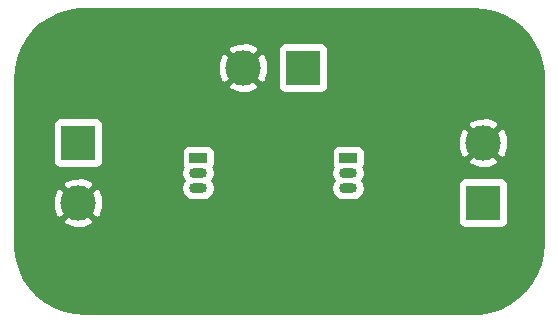
<source format=gbr>
G04 #@! TF.GenerationSoftware,KiCad,Pcbnew,(5.0.1)-4*
G04 #@! TF.CreationDate,2020-12-08T12:23:40+02:00*
G04 #@! TF.ProjectId,Single_transistor_AMP,53696E676C655F7472616E736973746F,1.0*
G04 #@! TF.SameCoordinates,Original*
G04 #@! TF.FileFunction,Copper,L2,Bot,Signal*
G04 #@! TF.FilePolarity,Positive*
%FSLAX46Y46*%
G04 Gerber Fmt 4.6, Leading zero omitted, Abs format (unit mm)*
G04 Created by KiCad (PCBNEW (5.0.1)-4) date 2020.12.08. 12:23:40*
%MOMM*%
%LPD*%
G01*
G04 APERTURE LIST*
G04 #@! TA.AperFunction,ComponentPad*
%ADD10C,3.000000*%
G04 #@! TD*
G04 #@! TA.AperFunction,ComponentPad*
%ADD11R,3.000000X3.000000*%
G04 #@! TD*
G04 #@! TA.AperFunction,ComponentPad*
%ADD12R,1.500000X0.900000*%
G04 #@! TD*
G04 #@! TA.AperFunction,ComponentPad*
%ADD13O,1.500000X0.900000*%
G04 #@! TD*
G04 #@! TA.AperFunction,Conductor*
%ADD14C,0.254000*%
G04 #@! TD*
G04 APERTURE END LIST*
D10*
G04 #@! TO.P,J1,2*
G04 #@! TO.N,/GND*
X106680000Y-53340000D03*
D11*
G04 #@! TO.P,J1,1*
G04 #@! TO.N,/VCC*
X111760000Y-53340000D03*
G04 #@! TD*
D10*
G04 #@! TO.P,J2,2*
G04 #@! TO.N,/GND*
X92710000Y-64770000D03*
D11*
G04 #@! TO.P,J2,1*
G04 #@! TO.N,Net-(C1-Pad2)*
X92710000Y-59690000D03*
G04 #@! TD*
G04 #@! TO.P,J3,1*
G04 #@! TO.N,Net-(C4-Pad1)*
X127000000Y-64770000D03*
D10*
G04 #@! TO.P,J3,2*
G04 #@! TO.N,/GND*
X127000000Y-59690000D03*
G04 #@! TD*
D12*
G04 #@! TO.P,Q1,1*
G04 #@! TO.N,Net-(C3-Pad2)*
X102870000Y-60960000D03*
D13*
G04 #@! TO.P,Q1,3*
G04 #@! TO.N,Net-(C2-Pad2)*
X102870000Y-63500000D03*
G04 #@! TO.P,Q1,2*
G04 #@! TO.N,Net-(C1-Pad1)*
X102870000Y-62230000D03*
G04 #@! TD*
G04 #@! TO.P,Q2,2*
G04 #@! TO.N,Net-(C3-Pad1)*
X115570000Y-62230000D03*
G04 #@! TO.P,Q2,3*
G04 #@! TO.N,Net-(C5-Pad2)*
X115570000Y-63500000D03*
D12*
G04 #@! TO.P,Q2,1*
G04 #@! TO.N,Net-(C4-Pad2)*
X115570000Y-60960000D03*
G04 #@! TD*
D14*
G04 #@! TO.N,/GND*
G36*
X127086442Y-48432517D02*
X127933848Y-48624267D01*
X128743603Y-48939163D01*
X129497915Y-49370288D01*
X130180223Y-49908177D01*
X130775531Y-50541008D01*
X131270757Y-51254875D01*
X131655032Y-52034107D01*
X131919905Y-52861571D01*
X132062363Y-53736289D01*
X132085000Y-54254772D01*
X132085001Y-68187872D01*
X132017482Y-69096443D01*
X131825735Y-69943842D01*
X131510839Y-70753598D01*
X131079711Y-71507916D01*
X130541823Y-72190223D01*
X129908998Y-72785527D01*
X129195125Y-73280758D01*
X128415891Y-73665033D01*
X127588429Y-73929905D01*
X126713712Y-74072363D01*
X126195228Y-74095000D01*
X93262115Y-74095000D01*
X92353557Y-74027482D01*
X91506158Y-73835735D01*
X90696402Y-73520839D01*
X89942084Y-73089711D01*
X89259777Y-72551823D01*
X88664473Y-71918998D01*
X88169242Y-71205125D01*
X87784967Y-70425891D01*
X87520095Y-69598429D01*
X87377637Y-68723712D01*
X87355000Y-68205228D01*
X87355000Y-66283970D01*
X91375635Y-66283970D01*
X91535418Y-66602739D01*
X92326187Y-66912723D01*
X93175387Y-66896497D01*
X93884582Y-66602739D01*
X94044365Y-66283970D01*
X92710000Y-64949605D01*
X91375635Y-66283970D01*
X87355000Y-66283970D01*
X87355000Y-64386187D01*
X90567277Y-64386187D01*
X90583503Y-65235387D01*
X90877261Y-65944582D01*
X91196030Y-66104365D01*
X92530395Y-64770000D01*
X92889605Y-64770000D01*
X94223970Y-66104365D01*
X94542739Y-65944582D01*
X94852723Y-65153813D01*
X94836497Y-64304613D01*
X94542739Y-63595418D01*
X94223970Y-63435635D01*
X92889605Y-64770000D01*
X92530395Y-64770000D01*
X91196030Y-63435635D01*
X90877261Y-63595418D01*
X90567277Y-64386187D01*
X87355000Y-64386187D01*
X87355000Y-63256030D01*
X91375635Y-63256030D01*
X92710000Y-64590395D01*
X94044365Y-63256030D01*
X93884582Y-62937261D01*
X93093813Y-62627277D01*
X92244613Y-62643503D01*
X91535418Y-62937261D01*
X91375635Y-63256030D01*
X87355000Y-63256030D01*
X87355000Y-62230000D01*
X101463744Y-62230000D01*
X101547953Y-62653346D01*
X101689376Y-62865000D01*
X101547953Y-63076654D01*
X101463744Y-63500000D01*
X101547953Y-63923346D01*
X101787759Y-64282241D01*
X102146654Y-64522047D01*
X102463139Y-64585000D01*
X103276861Y-64585000D01*
X103593346Y-64522047D01*
X103952241Y-64282241D01*
X104192047Y-63923346D01*
X104276256Y-63500000D01*
X104192047Y-63076654D01*
X104050624Y-62865000D01*
X104192047Y-62653346D01*
X104276256Y-62230000D01*
X114163744Y-62230000D01*
X114247953Y-62653346D01*
X114389376Y-62865000D01*
X114247953Y-63076654D01*
X114163744Y-63500000D01*
X114247953Y-63923346D01*
X114487759Y-64282241D01*
X114846654Y-64522047D01*
X115163139Y-64585000D01*
X115976861Y-64585000D01*
X116293346Y-64522047D01*
X116652241Y-64282241D01*
X116892047Y-63923346D01*
X116976256Y-63500000D01*
X116930507Y-63270000D01*
X124852560Y-63270000D01*
X124852560Y-66270000D01*
X124901843Y-66517765D01*
X125042191Y-66727809D01*
X125252235Y-66868157D01*
X125500000Y-66917440D01*
X128500000Y-66917440D01*
X128747765Y-66868157D01*
X128957809Y-66727809D01*
X129098157Y-66517765D01*
X129147440Y-66270000D01*
X129147440Y-63270000D01*
X129098157Y-63022235D01*
X128957809Y-62812191D01*
X128747765Y-62671843D01*
X128500000Y-62622560D01*
X125500000Y-62622560D01*
X125252235Y-62671843D01*
X125042191Y-62812191D01*
X124901843Y-63022235D01*
X124852560Y-63270000D01*
X116930507Y-63270000D01*
X116892047Y-63076654D01*
X116750624Y-62865000D01*
X116892047Y-62653346D01*
X116976256Y-62230000D01*
X116892047Y-61806654D01*
X116855360Y-61751747D01*
X116918157Y-61657765D01*
X116967440Y-61410000D01*
X116967440Y-61203970D01*
X125665635Y-61203970D01*
X125825418Y-61522739D01*
X126616187Y-61832723D01*
X127465387Y-61816497D01*
X128174582Y-61522739D01*
X128334365Y-61203970D01*
X127000000Y-59869605D01*
X125665635Y-61203970D01*
X116967440Y-61203970D01*
X116967440Y-60510000D01*
X116918157Y-60262235D01*
X116777809Y-60052191D01*
X116567765Y-59911843D01*
X116320000Y-59862560D01*
X114820000Y-59862560D01*
X114572235Y-59911843D01*
X114362191Y-60052191D01*
X114221843Y-60262235D01*
X114172560Y-60510000D01*
X114172560Y-61410000D01*
X114221843Y-61657765D01*
X114284640Y-61751747D01*
X114247953Y-61806654D01*
X114163744Y-62230000D01*
X104276256Y-62230000D01*
X104192047Y-61806654D01*
X104155360Y-61751747D01*
X104218157Y-61657765D01*
X104267440Y-61410000D01*
X104267440Y-60510000D01*
X104218157Y-60262235D01*
X104077809Y-60052191D01*
X103867765Y-59911843D01*
X103620000Y-59862560D01*
X102120000Y-59862560D01*
X101872235Y-59911843D01*
X101662191Y-60052191D01*
X101521843Y-60262235D01*
X101472560Y-60510000D01*
X101472560Y-61410000D01*
X101521843Y-61657765D01*
X101584640Y-61751747D01*
X101547953Y-61806654D01*
X101463744Y-62230000D01*
X87355000Y-62230000D01*
X87355000Y-58190000D01*
X90562560Y-58190000D01*
X90562560Y-61190000D01*
X90611843Y-61437765D01*
X90752191Y-61647809D01*
X90962235Y-61788157D01*
X91210000Y-61837440D01*
X94210000Y-61837440D01*
X94457765Y-61788157D01*
X94667809Y-61647809D01*
X94808157Y-61437765D01*
X94857440Y-61190000D01*
X94857440Y-59306187D01*
X124857277Y-59306187D01*
X124873503Y-60155387D01*
X125167261Y-60864582D01*
X125486030Y-61024365D01*
X126820395Y-59690000D01*
X127179605Y-59690000D01*
X128513970Y-61024365D01*
X128832739Y-60864582D01*
X129142723Y-60073813D01*
X129126497Y-59224613D01*
X128832739Y-58515418D01*
X128513970Y-58355635D01*
X127179605Y-59690000D01*
X126820395Y-59690000D01*
X125486030Y-58355635D01*
X125167261Y-58515418D01*
X124857277Y-59306187D01*
X94857440Y-59306187D01*
X94857440Y-58190000D01*
X94854662Y-58176030D01*
X125665635Y-58176030D01*
X127000000Y-59510395D01*
X128334365Y-58176030D01*
X128174582Y-57857261D01*
X127383813Y-57547277D01*
X126534613Y-57563503D01*
X125825418Y-57857261D01*
X125665635Y-58176030D01*
X94854662Y-58176030D01*
X94808157Y-57942235D01*
X94667809Y-57732191D01*
X94457765Y-57591843D01*
X94210000Y-57542560D01*
X91210000Y-57542560D01*
X90962235Y-57591843D01*
X90752191Y-57732191D01*
X90611843Y-57942235D01*
X90562560Y-58190000D01*
X87355000Y-58190000D01*
X87355000Y-54853970D01*
X105345635Y-54853970D01*
X105505418Y-55172739D01*
X106296187Y-55482723D01*
X107145387Y-55466497D01*
X107854582Y-55172739D01*
X108014365Y-54853970D01*
X106680000Y-53519605D01*
X105345635Y-54853970D01*
X87355000Y-54853970D01*
X87355000Y-54272115D01*
X87422517Y-53363558D01*
X87514696Y-52956187D01*
X104537277Y-52956187D01*
X104553503Y-53805387D01*
X104847261Y-54514582D01*
X105166030Y-54674365D01*
X106500395Y-53340000D01*
X106859605Y-53340000D01*
X108193970Y-54674365D01*
X108512739Y-54514582D01*
X108822723Y-53723813D01*
X108806497Y-52874613D01*
X108512739Y-52165418D01*
X108193970Y-52005635D01*
X106859605Y-53340000D01*
X106500395Y-53340000D01*
X105166030Y-52005635D01*
X104847261Y-52165418D01*
X104537277Y-52956187D01*
X87514696Y-52956187D01*
X87614267Y-52516152D01*
X87882640Y-51826030D01*
X105345635Y-51826030D01*
X106680000Y-53160395D01*
X108000395Y-51840000D01*
X109612560Y-51840000D01*
X109612560Y-54840000D01*
X109661843Y-55087765D01*
X109802191Y-55297809D01*
X110012235Y-55438157D01*
X110260000Y-55487440D01*
X113260000Y-55487440D01*
X113507765Y-55438157D01*
X113717809Y-55297809D01*
X113858157Y-55087765D01*
X113907440Y-54840000D01*
X113907440Y-51840000D01*
X113858157Y-51592235D01*
X113717809Y-51382191D01*
X113507765Y-51241843D01*
X113260000Y-51192560D01*
X110260000Y-51192560D01*
X110012235Y-51241843D01*
X109802191Y-51382191D01*
X109661843Y-51592235D01*
X109612560Y-51840000D01*
X108000395Y-51840000D01*
X108014365Y-51826030D01*
X107854582Y-51507261D01*
X107063813Y-51197277D01*
X106214613Y-51213503D01*
X105505418Y-51507261D01*
X105345635Y-51826030D01*
X87882640Y-51826030D01*
X87929163Y-51706397D01*
X88360288Y-50952085D01*
X88898177Y-50269777D01*
X89531008Y-49674469D01*
X90244875Y-49179243D01*
X91024107Y-48794968D01*
X91851571Y-48530095D01*
X92726289Y-48387637D01*
X93244772Y-48365000D01*
X126177885Y-48365000D01*
X127086442Y-48432517D01*
X127086442Y-48432517D01*
G37*
X127086442Y-48432517D02*
X127933848Y-48624267D01*
X128743603Y-48939163D01*
X129497915Y-49370288D01*
X130180223Y-49908177D01*
X130775531Y-50541008D01*
X131270757Y-51254875D01*
X131655032Y-52034107D01*
X131919905Y-52861571D01*
X132062363Y-53736289D01*
X132085000Y-54254772D01*
X132085001Y-68187872D01*
X132017482Y-69096443D01*
X131825735Y-69943842D01*
X131510839Y-70753598D01*
X131079711Y-71507916D01*
X130541823Y-72190223D01*
X129908998Y-72785527D01*
X129195125Y-73280758D01*
X128415891Y-73665033D01*
X127588429Y-73929905D01*
X126713712Y-74072363D01*
X126195228Y-74095000D01*
X93262115Y-74095000D01*
X92353557Y-74027482D01*
X91506158Y-73835735D01*
X90696402Y-73520839D01*
X89942084Y-73089711D01*
X89259777Y-72551823D01*
X88664473Y-71918998D01*
X88169242Y-71205125D01*
X87784967Y-70425891D01*
X87520095Y-69598429D01*
X87377637Y-68723712D01*
X87355000Y-68205228D01*
X87355000Y-66283970D01*
X91375635Y-66283970D01*
X91535418Y-66602739D01*
X92326187Y-66912723D01*
X93175387Y-66896497D01*
X93884582Y-66602739D01*
X94044365Y-66283970D01*
X92710000Y-64949605D01*
X91375635Y-66283970D01*
X87355000Y-66283970D01*
X87355000Y-64386187D01*
X90567277Y-64386187D01*
X90583503Y-65235387D01*
X90877261Y-65944582D01*
X91196030Y-66104365D01*
X92530395Y-64770000D01*
X92889605Y-64770000D01*
X94223970Y-66104365D01*
X94542739Y-65944582D01*
X94852723Y-65153813D01*
X94836497Y-64304613D01*
X94542739Y-63595418D01*
X94223970Y-63435635D01*
X92889605Y-64770000D01*
X92530395Y-64770000D01*
X91196030Y-63435635D01*
X90877261Y-63595418D01*
X90567277Y-64386187D01*
X87355000Y-64386187D01*
X87355000Y-63256030D01*
X91375635Y-63256030D01*
X92710000Y-64590395D01*
X94044365Y-63256030D01*
X93884582Y-62937261D01*
X93093813Y-62627277D01*
X92244613Y-62643503D01*
X91535418Y-62937261D01*
X91375635Y-63256030D01*
X87355000Y-63256030D01*
X87355000Y-62230000D01*
X101463744Y-62230000D01*
X101547953Y-62653346D01*
X101689376Y-62865000D01*
X101547953Y-63076654D01*
X101463744Y-63500000D01*
X101547953Y-63923346D01*
X101787759Y-64282241D01*
X102146654Y-64522047D01*
X102463139Y-64585000D01*
X103276861Y-64585000D01*
X103593346Y-64522047D01*
X103952241Y-64282241D01*
X104192047Y-63923346D01*
X104276256Y-63500000D01*
X104192047Y-63076654D01*
X104050624Y-62865000D01*
X104192047Y-62653346D01*
X104276256Y-62230000D01*
X114163744Y-62230000D01*
X114247953Y-62653346D01*
X114389376Y-62865000D01*
X114247953Y-63076654D01*
X114163744Y-63500000D01*
X114247953Y-63923346D01*
X114487759Y-64282241D01*
X114846654Y-64522047D01*
X115163139Y-64585000D01*
X115976861Y-64585000D01*
X116293346Y-64522047D01*
X116652241Y-64282241D01*
X116892047Y-63923346D01*
X116976256Y-63500000D01*
X116930507Y-63270000D01*
X124852560Y-63270000D01*
X124852560Y-66270000D01*
X124901843Y-66517765D01*
X125042191Y-66727809D01*
X125252235Y-66868157D01*
X125500000Y-66917440D01*
X128500000Y-66917440D01*
X128747765Y-66868157D01*
X128957809Y-66727809D01*
X129098157Y-66517765D01*
X129147440Y-66270000D01*
X129147440Y-63270000D01*
X129098157Y-63022235D01*
X128957809Y-62812191D01*
X128747765Y-62671843D01*
X128500000Y-62622560D01*
X125500000Y-62622560D01*
X125252235Y-62671843D01*
X125042191Y-62812191D01*
X124901843Y-63022235D01*
X124852560Y-63270000D01*
X116930507Y-63270000D01*
X116892047Y-63076654D01*
X116750624Y-62865000D01*
X116892047Y-62653346D01*
X116976256Y-62230000D01*
X116892047Y-61806654D01*
X116855360Y-61751747D01*
X116918157Y-61657765D01*
X116967440Y-61410000D01*
X116967440Y-61203970D01*
X125665635Y-61203970D01*
X125825418Y-61522739D01*
X126616187Y-61832723D01*
X127465387Y-61816497D01*
X128174582Y-61522739D01*
X128334365Y-61203970D01*
X127000000Y-59869605D01*
X125665635Y-61203970D01*
X116967440Y-61203970D01*
X116967440Y-60510000D01*
X116918157Y-60262235D01*
X116777809Y-60052191D01*
X116567765Y-59911843D01*
X116320000Y-59862560D01*
X114820000Y-59862560D01*
X114572235Y-59911843D01*
X114362191Y-60052191D01*
X114221843Y-60262235D01*
X114172560Y-60510000D01*
X114172560Y-61410000D01*
X114221843Y-61657765D01*
X114284640Y-61751747D01*
X114247953Y-61806654D01*
X114163744Y-62230000D01*
X104276256Y-62230000D01*
X104192047Y-61806654D01*
X104155360Y-61751747D01*
X104218157Y-61657765D01*
X104267440Y-61410000D01*
X104267440Y-60510000D01*
X104218157Y-60262235D01*
X104077809Y-60052191D01*
X103867765Y-59911843D01*
X103620000Y-59862560D01*
X102120000Y-59862560D01*
X101872235Y-59911843D01*
X101662191Y-60052191D01*
X101521843Y-60262235D01*
X101472560Y-60510000D01*
X101472560Y-61410000D01*
X101521843Y-61657765D01*
X101584640Y-61751747D01*
X101547953Y-61806654D01*
X101463744Y-62230000D01*
X87355000Y-62230000D01*
X87355000Y-58190000D01*
X90562560Y-58190000D01*
X90562560Y-61190000D01*
X90611843Y-61437765D01*
X90752191Y-61647809D01*
X90962235Y-61788157D01*
X91210000Y-61837440D01*
X94210000Y-61837440D01*
X94457765Y-61788157D01*
X94667809Y-61647809D01*
X94808157Y-61437765D01*
X94857440Y-61190000D01*
X94857440Y-59306187D01*
X124857277Y-59306187D01*
X124873503Y-60155387D01*
X125167261Y-60864582D01*
X125486030Y-61024365D01*
X126820395Y-59690000D01*
X127179605Y-59690000D01*
X128513970Y-61024365D01*
X128832739Y-60864582D01*
X129142723Y-60073813D01*
X129126497Y-59224613D01*
X128832739Y-58515418D01*
X128513970Y-58355635D01*
X127179605Y-59690000D01*
X126820395Y-59690000D01*
X125486030Y-58355635D01*
X125167261Y-58515418D01*
X124857277Y-59306187D01*
X94857440Y-59306187D01*
X94857440Y-58190000D01*
X94854662Y-58176030D01*
X125665635Y-58176030D01*
X127000000Y-59510395D01*
X128334365Y-58176030D01*
X128174582Y-57857261D01*
X127383813Y-57547277D01*
X126534613Y-57563503D01*
X125825418Y-57857261D01*
X125665635Y-58176030D01*
X94854662Y-58176030D01*
X94808157Y-57942235D01*
X94667809Y-57732191D01*
X94457765Y-57591843D01*
X94210000Y-57542560D01*
X91210000Y-57542560D01*
X90962235Y-57591843D01*
X90752191Y-57732191D01*
X90611843Y-57942235D01*
X90562560Y-58190000D01*
X87355000Y-58190000D01*
X87355000Y-54853970D01*
X105345635Y-54853970D01*
X105505418Y-55172739D01*
X106296187Y-55482723D01*
X107145387Y-55466497D01*
X107854582Y-55172739D01*
X108014365Y-54853970D01*
X106680000Y-53519605D01*
X105345635Y-54853970D01*
X87355000Y-54853970D01*
X87355000Y-54272115D01*
X87422517Y-53363558D01*
X87514696Y-52956187D01*
X104537277Y-52956187D01*
X104553503Y-53805387D01*
X104847261Y-54514582D01*
X105166030Y-54674365D01*
X106500395Y-53340000D01*
X106859605Y-53340000D01*
X108193970Y-54674365D01*
X108512739Y-54514582D01*
X108822723Y-53723813D01*
X108806497Y-52874613D01*
X108512739Y-52165418D01*
X108193970Y-52005635D01*
X106859605Y-53340000D01*
X106500395Y-53340000D01*
X105166030Y-52005635D01*
X104847261Y-52165418D01*
X104537277Y-52956187D01*
X87514696Y-52956187D01*
X87614267Y-52516152D01*
X87882640Y-51826030D01*
X105345635Y-51826030D01*
X106680000Y-53160395D01*
X108000395Y-51840000D01*
X109612560Y-51840000D01*
X109612560Y-54840000D01*
X109661843Y-55087765D01*
X109802191Y-55297809D01*
X110012235Y-55438157D01*
X110260000Y-55487440D01*
X113260000Y-55487440D01*
X113507765Y-55438157D01*
X113717809Y-55297809D01*
X113858157Y-55087765D01*
X113907440Y-54840000D01*
X113907440Y-51840000D01*
X113858157Y-51592235D01*
X113717809Y-51382191D01*
X113507765Y-51241843D01*
X113260000Y-51192560D01*
X110260000Y-51192560D01*
X110012235Y-51241843D01*
X109802191Y-51382191D01*
X109661843Y-51592235D01*
X109612560Y-51840000D01*
X108000395Y-51840000D01*
X108014365Y-51826030D01*
X107854582Y-51507261D01*
X107063813Y-51197277D01*
X106214613Y-51213503D01*
X105505418Y-51507261D01*
X105345635Y-51826030D01*
X87882640Y-51826030D01*
X87929163Y-51706397D01*
X88360288Y-50952085D01*
X88898177Y-50269777D01*
X89531008Y-49674469D01*
X90244875Y-49179243D01*
X91024107Y-48794968D01*
X91851571Y-48530095D01*
X92726289Y-48387637D01*
X93244772Y-48365000D01*
X126177885Y-48365000D01*
X127086442Y-48432517D01*
G04 #@! TD*
M02*

</source>
